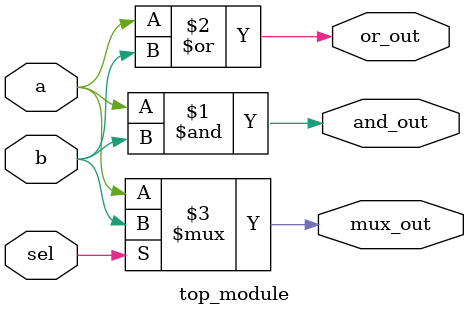
<source format=v>

module top_module (
    input  a,
    input  b,
    input  sel,
    output and_out,
    output or_out,
    output mux_out
);

    assign and_out = a & b;
    assign or_out  = a | b;

    assign mux_out = sel ? b : a;

endmodule

</source>
